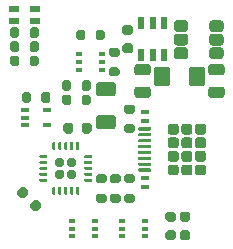
<source format=gbr>
%TF.GenerationSoftware,KiCad,Pcbnew,(5.1.9-0-10_14)*%
%TF.CreationDate,2021-08-26T07:53:31+01:00*%
%TF.ProjectId,Generic,47656e65-7269-4632-9e6b-696361645f70,6*%
%TF.SameCoordinates,Original*%
%TF.FileFunction,Paste,Top*%
%TF.FilePolarity,Positive*%
%FSLAX46Y46*%
G04 Gerber Fmt 4.6, Leading zero omitted, Abs format (unit mm)*
G04 Created by KiCad (PCBNEW (5.1.9-0-10_14)) date 2021-08-26 07:53:31*
%MOMM*%
%LPD*%
G01*
G04 APERTURE LIST*
%ADD10R,0.576000X1.056000*%
%ADD11R,0.816000X0.480000*%
%ADD12R,0.624000X0.384000*%
%ADD13R,0.768000X0.384000*%
%ADD14R,0.798000X0.420000*%
G04 APERTURE END LIST*
%TO.C,U4*%
G36*
G01*
X134860000Y-103200000D02*
X134860000Y-102700000D01*
G75*
G02*
X135110000Y-102450000I250000J0D01*
G01*
X135810000Y-102450000D01*
G75*
G02*
X136060000Y-102700000I0J-250000D01*
G01*
X136060000Y-103200000D01*
G75*
G02*
X135810000Y-103450000I-250000J0D01*
G01*
X135110000Y-103450000D01*
G75*
G02*
X134860000Y-103200000I0J250000D01*
G01*
G37*
G36*
G01*
X134860000Y-102050000D02*
X134860000Y-101550000D01*
G75*
G02*
X135110000Y-101300000I250000J0D01*
G01*
X135810000Y-101300000D01*
G75*
G02*
X136060000Y-101550000I0J-250000D01*
G01*
X136060000Y-102050000D01*
G75*
G02*
X135810000Y-102300000I-250000J0D01*
G01*
X135110000Y-102300000D01*
G75*
G02*
X134860000Y-102050000I0J250000D01*
G01*
G37*
G36*
G01*
X134860000Y-100900000D02*
X134860000Y-100400000D01*
G75*
G02*
X135110000Y-100150000I250000J0D01*
G01*
X135810000Y-100150000D01*
G75*
G02*
X136060000Y-100400000I0J-250000D01*
G01*
X136060000Y-100900000D01*
G75*
G02*
X135810000Y-101150000I-250000J0D01*
G01*
X135110000Y-101150000D01*
G75*
G02*
X134860000Y-100900000I0J250000D01*
G01*
G37*
G36*
G01*
X131860000Y-102050000D02*
X131860000Y-101550000D01*
G75*
G02*
X132110000Y-101300000I250000J0D01*
G01*
X132810000Y-101300000D01*
G75*
G02*
X133060000Y-101550000I0J-250000D01*
G01*
X133060000Y-102050000D01*
G75*
G02*
X132810000Y-102300000I-250000J0D01*
G01*
X132110000Y-102300000D01*
G75*
G02*
X131860000Y-102050000I0J250000D01*
G01*
G37*
G36*
G01*
X131860000Y-103200000D02*
X131860000Y-102700000D01*
G75*
G02*
X132110000Y-102450000I250000J0D01*
G01*
X132810000Y-102450000D01*
G75*
G02*
X133060000Y-102700000I0J-250000D01*
G01*
X133060000Y-103200000D01*
G75*
G02*
X132810000Y-103450000I-250000J0D01*
G01*
X132110000Y-103450000D01*
G75*
G02*
X131860000Y-103200000I0J250000D01*
G01*
G37*
G36*
G01*
X131860000Y-100900000D02*
X131860000Y-100400000D01*
G75*
G02*
X132110000Y-100150000I250000J0D01*
G01*
X132810000Y-100150000D01*
G75*
G02*
X133060000Y-100400000I0J-250000D01*
G01*
X133060000Y-100900000D01*
G75*
G02*
X132810000Y-101150000I-250000J0D01*
G01*
X132110000Y-101150000D01*
G75*
G02*
X131860000Y-100900000I0J250000D01*
G01*
G37*
D10*
X131010000Y-100400000D03*
X129110000Y-100400000D03*
X130060000Y-100400000D03*
X129110000Y-103100000D03*
X130060000Y-103100000D03*
X131010000Y-103100000D03*
G36*
G01*
X135004000Y-103870000D02*
X135916000Y-103870000D01*
G75*
G02*
X136156000Y-104110000I0J-240000D01*
G01*
X136156000Y-104590000D01*
G75*
G02*
X135916000Y-104830000I-240000J0D01*
G01*
X135004000Y-104830000D01*
G75*
G02*
X134764000Y-104590000I0J240000D01*
G01*
X134764000Y-104110000D01*
G75*
G02*
X135004000Y-103870000I240000J0D01*
G01*
G37*
G36*
G01*
X135004000Y-105770000D02*
X135916000Y-105770000D01*
G75*
G02*
X136156000Y-106010000I0J-240000D01*
G01*
X136156000Y-106490000D01*
G75*
G02*
X135916000Y-106730000I-240000J0D01*
G01*
X135004000Y-106730000D01*
G75*
G02*
X134764000Y-106490000I0J240000D01*
G01*
X134764000Y-106010000D01*
G75*
G02*
X135004000Y-105770000I240000J0D01*
G01*
G37*
G36*
G01*
X128754000Y-105770000D02*
X129666000Y-105770000D01*
G75*
G02*
X129906000Y-106010000I0J-240000D01*
G01*
X129906000Y-106490000D01*
G75*
G02*
X129666000Y-106730000I-240000J0D01*
G01*
X128754000Y-106730000D01*
G75*
G02*
X128514000Y-106490000I0J240000D01*
G01*
X128514000Y-106010000D01*
G75*
G02*
X128754000Y-105770000I240000J0D01*
G01*
G37*
G36*
G01*
X128754000Y-103870000D02*
X129666000Y-103870000D01*
G75*
G02*
X129906000Y-104110000I0J-240000D01*
G01*
X129906000Y-104590000D01*
G75*
G02*
X129666000Y-104830000I-240000J0D01*
G01*
X128754000Y-104830000D01*
G75*
G02*
X128514000Y-104590000I0J240000D01*
G01*
X128514000Y-104110000D01*
G75*
G02*
X128754000Y-103870000I240000J0D01*
G01*
G37*
G36*
G01*
X128200000Y-101407000D02*
X127720000Y-101407000D01*
G75*
G02*
X127504000Y-101191000I0J216000D01*
G01*
X127504000Y-100759000D01*
G75*
G02*
X127720000Y-100543000I216000J0D01*
G01*
X128200000Y-100543000D01*
G75*
G02*
X128416000Y-100759000I0J-216000D01*
G01*
X128416000Y-101191000D01*
G75*
G02*
X128200000Y-101407000I-216000J0D01*
G01*
G37*
G36*
G01*
X128200000Y-102957000D02*
X127720000Y-102957000D01*
G75*
G02*
X127504000Y-102741000I0J216000D01*
G01*
X127504000Y-102309000D01*
G75*
G02*
X127720000Y-102093000I216000J0D01*
G01*
X128200000Y-102093000D01*
G75*
G02*
X128416000Y-102309000I0J-216000D01*
G01*
X128416000Y-102741000D01*
G75*
G02*
X128200000Y-102957000I-216000J0D01*
G01*
G37*
G36*
G01*
X130173500Y-105520601D02*
X130173500Y-104319399D01*
G75*
G02*
X130412899Y-104080000I239399J0D01*
G01*
X131302101Y-104080000D01*
G75*
G02*
X131541500Y-104319399I0J-239399D01*
G01*
X131541500Y-105520601D01*
G75*
G02*
X131302101Y-105760000I-239399J0D01*
G01*
X130412899Y-105760000D01*
G75*
G02*
X130173500Y-105520601I0J239399D01*
G01*
G37*
G36*
G01*
X133138500Y-105520601D02*
X133138500Y-104319399D01*
G75*
G02*
X133377899Y-104080000I239399J0D01*
G01*
X134267101Y-104080000D01*
G75*
G02*
X134506500Y-104319399I0J-239399D01*
G01*
X134506500Y-105520601D01*
G75*
G02*
X134267101Y-105760000I-239399J0D01*
G01*
X133377899Y-105760000D01*
G75*
G02*
X133138500Y-105520601I0J239399D01*
G01*
G37*
%TD*%
D11*
%TO.C,D1*%
X120075000Y-99200000D03*
X118325000Y-99200000D03*
X118325000Y-100200000D03*
X120075000Y-100200000D03*
%TD*%
%TO.C,C4*%
G36*
G01*
X131360000Y-117918000D02*
X131840000Y-117918000D01*
G75*
G02*
X132056000Y-118134000I0J-216000D01*
G01*
X132056000Y-118566000D01*
G75*
G02*
X131840000Y-118782000I-216000J0D01*
G01*
X131360000Y-118782000D01*
G75*
G02*
X131144000Y-118566000I0J216000D01*
G01*
X131144000Y-118134000D01*
G75*
G02*
X131360000Y-117918000I216000J0D01*
G01*
G37*
G36*
G01*
X131360000Y-116368000D02*
X131840000Y-116368000D01*
G75*
G02*
X132056000Y-116584000I0J-216000D01*
G01*
X132056000Y-117016000D01*
G75*
G02*
X131840000Y-117232000I-216000J0D01*
G01*
X131360000Y-117232000D01*
G75*
G02*
X131144000Y-117016000I0J216000D01*
G01*
X131144000Y-116584000D01*
G75*
G02*
X131360000Y-116368000I216000J0D01*
G01*
G37*
%TD*%
%TO.C,C3*%
G36*
G01*
X132560000Y-117918000D02*
X133040000Y-117918000D01*
G75*
G02*
X133256000Y-118134000I0J-216000D01*
G01*
X133256000Y-118566000D01*
G75*
G02*
X133040000Y-118782000I-216000J0D01*
G01*
X132560000Y-118782000D01*
G75*
G02*
X132344000Y-118566000I0J216000D01*
G01*
X132344000Y-118134000D01*
G75*
G02*
X132560000Y-117918000I216000J0D01*
G01*
G37*
G36*
G01*
X132560000Y-116368000D02*
X133040000Y-116368000D01*
G75*
G02*
X133256000Y-116584000I0J-216000D01*
G01*
X133256000Y-117016000D01*
G75*
G02*
X133040000Y-117232000I-216000J0D01*
G01*
X132560000Y-117232000D01*
G75*
G02*
X132344000Y-117016000I0J216000D01*
G01*
X132344000Y-116584000D01*
G75*
G02*
X132560000Y-116368000I216000J0D01*
G01*
G37*
%TD*%
%TO.C,C5*%
G36*
G01*
X124043000Y-109540000D02*
X124043000Y-109060000D01*
G75*
G02*
X124259000Y-108844000I216000J0D01*
G01*
X124691000Y-108844000D01*
G75*
G02*
X124907000Y-109060000I0J-216000D01*
G01*
X124907000Y-109540000D01*
G75*
G02*
X124691000Y-109756000I-216000J0D01*
G01*
X124259000Y-109756000D01*
G75*
G02*
X124043000Y-109540000I0J216000D01*
G01*
G37*
G36*
G01*
X122493000Y-109540000D02*
X122493000Y-109060000D01*
G75*
G02*
X122709000Y-108844000I216000J0D01*
G01*
X123141000Y-108844000D01*
G75*
G02*
X123357000Y-109060000I0J-216000D01*
G01*
X123357000Y-109540000D01*
G75*
G02*
X123141000Y-109756000I-216000J0D01*
G01*
X122709000Y-109756000D01*
G75*
G02*
X122493000Y-109540000I0J216000D01*
G01*
G37*
%TD*%
%TO.C,R14*%
G36*
G01*
X125436000Y-114841000D02*
X125964000Y-114841000D01*
G75*
G02*
X126156000Y-115033000I0J-192000D01*
G01*
X126156000Y-115417000D01*
G75*
G02*
X125964000Y-115609000I-192000J0D01*
G01*
X125436000Y-115609000D01*
G75*
G02*
X125244000Y-115417000I0J192000D01*
G01*
X125244000Y-115033000D01*
G75*
G02*
X125436000Y-114841000I192000J0D01*
G01*
G37*
G36*
G01*
X125436000Y-113191000D02*
X125964000Y-113191000D01*
G75*
G02*
X126156000Y-113383000I0J-192000D01*
G01*
X126156000Y-113767000D01*
G75*
G02*
X125964000Y-113959000I-192000J0D01*
G01*
X125436000Y-113959000D01*
G75*
G02*
X125244000Y-113767000I0J192000D01*
G01*
X125244000Y-113383000D01*
G75*
G02*
X125436000Y-113191000I192000J0D01*
G01*
G37*
%TD*%
%TO.C,R13*%
G36*
G01*
X127164000Y-113959000D02*
X126636000Y-113959000D01*
G75*
G02*
X126444000Y-113767000I0J192000D01*
G01*
X126444000Y-113383000D01*
G75*
G02*
X126636000Y-113191000I192000J0D01*
G01*
X127164000Y-113191000D01*
G75*
G02*
X127356000Y-113383000I0J-192000D01*
G01*
X127356000Y-113767000D01*
G75*
G02*
X127164000Y-113959000I-192000J0D01*
G01*
G37*
G36*
G01*
X127164000Y-115609000D02*
X126636000Y-115609000D01*
G75*
G02*
X126444000Y-115417000I0J192000D01*
G01*
X126444000Y-115033000D01*
G75*
G02*
X126636000Y-114841000I192000J0D01*
G01*
X127164000Y-114841000D01*
G75*
G02*
X127356000Y-115033000I0J-192000D01*
G01*
X127356000Y-115417000D01*
G75*
G02*
X127164000Y-115609000I-192000J0D01*
G01*
G37*
%TD*%
D12*
%TO.C,D3*%
X129400000Y-117150000D03*
X129400000Y-118450000D03*
X127500000Y-117800000D03*
X129400000Y-117800000D03*
X127500000Y-118450000D03*
X127500000Y-117150000D03*
%TD*%
%TO.C,D4*%
X125150000Y-117150000D03*
X125150000Y-118450000D03*
X123250000Y-117800000D03*
X125150000Y-117800000D03*
X123250000Y-118450000D03*
X123250000Y-117150000D03*
%TD*%
%TO.C,R15*%
G36*
G01*
X125241000Y-101664000D02*
X125241000Y-101136000D01*
G75*
G02*
X125433000Y-100944000I192000J0D01*
G01*
X125817000Y-100944000D01*
G75*
G02*
X126009000Y-101136000I0J-192000D01*
G01*
X126009000Y-101664000D01*
G75*
G02*
X125817000Y-101856000I-192000J0D01*
G01*
X125433000Y-101856000D01*
G75*
G02*
X125241000Y-101664000I0J192000D01*
G01*
G37*
G36*
G01*
X123591000Y-101664000D02*
X123591000Y-101136000D01*
G75*
G02*
X123783000Y-100944000I192000J0D01*
G01*
X124167000Y-100944000D01*
G75*
G02*
X124359000Y-101136000I0J-192000D01*
G01*
X124359000Y-101664000D01*
G75*
G02*
X124167000Y-101856000I-192000J0D01*
G01*
X123783000Y-101856000D01*
G75*
G02*
X123591000Y-101664000I0J192000D01*
G01*
G37*
%TD*%
%TO.C,R9*%
G36*
G01*
X119641000Y-103864000D02*
X119641000Y-103336000D01*
G75*
G02*
X119833000Y-103144000I192000J0D01*
G01*
X120217000Y-103144000D01*
G75*
G02*
X120409000Y-103336000I0J-192000D01*
G01*
X120409000Y-103864000D01*
G75*
G02*
X120217000Y-104056000I-192000J0D01*
G01*
X119833000Y-104056000D01*
G75*
G02*
X119641000Y-103864000I0J192000D01*
G01*
G37*
G36*
G01*
X117991000Y-103864000D02*
X117991000Y-103336000D01*
G75*
G02*
X118183000Y-103144000I192000J0D01*
G01*
X118567000Y-103144000D01*
G75*
G02*
X118759000Y-103336000I0J-192000D01*
G01*
X118759000Y-103864000D01*
G75*
G02*
X118567000Y-104056000I-192000J0D01*
G01*
X118183000Y-104056000D01*
G75*
G02*
X117991000Y-103864000I0J192000D01*
G01*
G37*
%TD*%
%TO.C,R8*%
G36*
G01*
X119641000Y-101464000D02*
X119641000Y-100936000D01*
G75*
G02*
X119833000Y-100744000I192000J0D01*
G01*
X120217000Y-100744000D01*
G75*
G02*
X120409000Y-100936000I0J-192000D01*
G01*
X120409000Y-101464000D01*
G75*
G02*
X120217000Y-101656000I-192000J0D01*
G01*
X119833000Y-101656000D01*
G75*
G02*
X119641000Y-101464000I0J192000D01*
G01*
G37*
G36*
G01*
X117991000Y-101464000D02*
X117991000Y-100936000D01*
G75*
G02*
X118183000Y-100744000I192000J0D01*
G01*
X118567000Y-100744000D01*
G75*
G02*
X118759000Y-100936000I0J-192000D01*
G01*
X118759000Y-101464000D01*
G75*
G02*
X118567000Y-101656000I-192000J0D01*
G01*
X118183000Y-101656000D01*
G75*
G02*
X117991000Y-101464000I0J192000D01*
G01*
G37*
%TD*%
%TO.C,U2*%
G36*
G01*
X123389000Y-112575000D02*
X123011000Y-112575000D01*
G75*
G02*
X122825000Y-112389000I0J186000D01*
G01*
X122825000Y-112011000D01*
G75*
G02*
X123011000Y-111825000I186000J0D01*
G01*
X123389000Y-111825000D01*
G75*
G02*
X123575000Y-112011000I0J-186000D01*
G01*
X123575000Y-112389000D01*
G75*
G02*
X123389000Y-112575000I-186000J0D01*
G01*
G37*
G36*
G01*
X122389000Y-112575000D02*
X122011000Y-112575000D01*
G75*
G02*
X121825000Y-112389000I0J186000D01*
G01*
X121825000Y-112011000D01*
G75*
G02*
X122011000Y-111825000I186000J0D01*
G01*
X122389000Y-111825000D01*
G75*
G02*
X122575000Y-112011000I0J-186000D01*
G01*
X122575000Y-112389000D01*
G75*
G02*
X122389000Y-112575000I-186000J0D01*
G01*
G37*
G36*
G01*
X123389000Y-113575000D02*
X123011000Y-113575000D01*
G75*
G02*
X122825000Y-113389000I0J186000D01*
G01*
X122825000Y-113011000D01*
G75*
G02*
X123011000Y-112825000I186000J0D01*
G01*
X123389000Y-112825000D01*
G75*
G02*
X123575000Y-113011000I0J-186000D01*
G01*
X123575000Y-113389000D01*
G75*
G02*
X123389000Y-113575000I-186000J0D01*
G01*
G37*
G36*
G01*
X122389000Y-113575000D02*
X122011000Y-113575000D01*
G75*
G02*
X121825000Y-113389000I0J186000D01*
G01*
X121825000Y-113011000D01*
G75*
G02*
X122011000Y-112825000I186000J0D01*
G01*
X122389000Y-112825000D01*
G75*
G02*
X122575000Y-113011000I0J-186000D01*
G01*
X122575000Y-113389000D01*
G75*
G02*
X122389000Y-113575000I-186000J0D01*
G01*
G37*
G36*
G01*
X121076000Y-113820000D02*
X120524000Y-113820000D01*
G75*
G02*
X120464000Y-113760000I0J60000D01*
G01*
X120464000Y-113640000D01*
G75*
G02*
X120524000Y-113580000I60000J0D01*
G01*
X121076000Y-113580000D01*
G75*
G02*
X121136000Y-113640000I0J-60000D01*
G01*
X121136000Y-113760000D01*
G75*
G02*
X121076000Y-113820000I-60000J0D01*
G01*
G37*
G36*
G01*
X121076000Y-113320000D02*
X120524000Y-113320000D01*
G75*
G02*
X120464000Y-113260000I0J60000D01*
G01*
X120464000Y-113140000D01*
G75*
G02*
X120524000Y-113080000I60000J0D01*
G01*
X121076000Y-113080000D01*
G75*
G02*
X121136000Y-113140000I0J-60000D01*
G01*
X121136000Y-113260000D01*
G75*
G02*
X121076000Y-113320000I-60000J0D01*
G01*
G37*
G36*
G01*
X121076000Y-112820000D02*
X120524000Y-112820000D01*
G75*
G02*
X120464000Y-112760000I0J60000D01*
G01*
X120464000Y-112640000D01*
G75*
G02*
X120524000Y-112580000I60000J0D01*
G01*
X121076000Y-112580000D01*
G75*
G02*
X121136000Y-112640000I0J-60000D01*
G01*
X121136000Y-112760000D01*
G75*
G02*
X121076000Y-112820000I-60000J0D01*
G01*
G37*
G36*
G01*
X121076000Y-112320000D02*
X120524000Y-112320000D01*
G75*
G02*
X120464000Y-112260000I0J60000D01*
G01*
X120464000Y-112140000D01*
G75*
G02*
X120524000Y-112080000I60000J0D01*
G01*
X121076000Y-112080000D01*
G75*
G02*
X121136000Y-112140000I0J-60000D01*
G01*
X121136000Y-112260000D01*
G75*
G02*
X121076000Y-112320000I-60000J0D01*
G01*
G37*
G36*
G01*
X121076000Y-111820000D02*
X120524000Y-111820000D01*
G75*
G02*
X120464000Y-111760000I0J60000D01*
G01*
X120464000Y-111640000D01*
G75*
G02*
X120524000Y-111580000I60000J0D01*
G01*
X121076000Y-111580000D01*
G75*
G02*
X121136000Y-111640000I0J-60000D01*
G01*
X121136000Y-111760000D01*
G75*
G02*
X121076000Y-111820000I-60000J0D01*
G01*
G37*
G36*
G01*
X121760000Y-111136000D02*
X121640000Y-111136000D01*
G75*
G02*
X121580000Y-111076000I0J60000D01*
G01*
X121580000Y-110524000D01*
G75*
G02*
X121640000Y-110464000I60000J0D01*
G01*
X121760000Y-110464000D01*
G75*
G02*
X121820000Y-110524000I0J-60000D01*
G01*
X121820000Y-111076000D01*
G75*
G02*
X121760000Y-111136000I-60000J0D01*
G01*
G37*
G36*
G01*
X122260000Y-111136000D02*
X122140000Y-111136000D01*
G75*
G02*
X122080000Y-111076000I0J60000D01*
G01*
X122080000Y-110524000D01*
G75*
G02*
X122140000Y-110464000I60000J0D01*
G01*
X122260000Y-110464000D01*
G75*
G02*
X122320000Y-110524000I0J-60000D01*
G01*
X122320000Y-111076000D01*
G75*
G02*
X122260000Y-111136000I-60000J0D01*
G01*
G37*
G36*
G01*
X122760000Y-111136000D02*
X122640000Y-111136000D01*
G75*
G02*
X122580000Y-111076000I0J60000D01*
G01*
X122580000Y-110524000D01*
G75*
G02*
X122640000Y-110464000I60000J0D01*
G01*
X122760000Y-110464000D01*
G75*
G02*
X122820000Y-110524000I0J-60000D01*
G01*
X122820000Y-111076000D01*
G75*
G02*
X122760000Y-111136000I-60000J0D01*
G01*
G37*
G36*
G01*
X123260000Y-111136000D02*
X123140000Y-111136000D01*
G75*
G02*
X123080000Y-111076000I0J60000D01*
G01*
X123080000Y-110524000D01*
G75*
G02*
X123140000Y-110464000I60000J0D01*
G01*
X123260000Y-110464000D01*
G75*
G02*
X123320000Y-110524000I0J-60000D01*
G01*
X123320000Y-111076000D01*
G75*
G02*
X123260000Y-111136000I-60000J0D01*
G01*
G37*
G36*
G01*
X123760000Y-111136000D02*
X123640000Y-111136000D01*
G75*
G02*
X123580000Y-111076000I0J60000D01*
G01*
X123580000Y-110524000D01*
G75*
G02*
X123640000Y-110464000I60000J0D01*
G01*
X123760000Y-110464000D01*
G75*
G02*
X123820000Y-110524000I0J-60000D01*
G01*
X123820000Y-111076000D01*
G75*
G02*
X123760000Y-111136000I-60000J0D01*
G01*
G37*
G36*
G01*
X124876000Y-111820000D02*
X124324000Y-111820000D01*
G75*
G02*
X124264000Y-111760000I0J60000D01*
G01*
X124264000Y-111640000D01*
G75*
G02*
X124324000Y-111580000I60000J0D01*
G01*
X124876000Y-111580000D01*
G75*
G02*
X124936000Y-111640000I0J-60000D01*
G01*
X124936000Y-111760000D01*
G75*
G02*
X124876000Y-111820000I-60000J0D01*
G01*
G37*
G36*
G01*
X124876000Y-112320000D02*
X124324000Y-112320000D01*
G75*
G02*
X124264000Y-112260000I0J60000D01*
G01*
X124264000Y-112140000D01*
G75*
G02*
X124324000Y-112080000I60000J0D01*
G01*
X124876000Y-112080000D01*
G75*
G02*
X124936000Y-112140000I0J-60000D01*
G01*
X124936000Y-112260000D01*
G75*
G02*
X124876000Y-112320000I-60000J0D01*
G01*
G37*
G36*
G01*
X124876000Y-112820000D02*
X124324000Y-112820000D01*
G75*
G02*
X124264000Y-112760000I0J60000D01*
G01*
X124264000Y-112640000D01*
G75*
G02*
X124324000Y-112580000I60000J0D01*
G01*
X124876000Y-112580000D01*
G75*
G02*
X124936000Y-112640000I0J-60000D01*
G01*
X124936000Y-112760000D01*
G75*
G02*
X124876000Y-112820000I-60000J0D01*
G01*
G37*
G36*
G01*
X124876000Y-113320000D02*
X124324000Y-113320000D01*
G75*
G02*
X124264000Y-113260000I0J60000D01*
G01*
X124264000Y-113140000D01*
G75*
G02*
X124324000Y-113080000I60000J0D01*
G01*
X124876000Y-113080000D01*
G75*
G02*
X124936000Y-113140000I0J-60000D01*
G01*
X124936000Y-113260000D01*
G75*
G02*
X124876000Y-113320000I-60000J0D01*
G01*
G37*
G36*
G01*
X124876000Y-113820000D02*
X124324000Y-113820000D01*
G75*
G02*
X124264000Y-113760000I0J60000D01*
G01*
X124264000Y-113640000D01*
G75*
G02*
X124324000Y-113580000I60000J0D01*
G01*
X124876000Y-113580000D01*
G75*
G02*
X124936000Y-113640000I0J-60000D01*
G01*
X124936000Y-113760000D01*
G75*
G02*
X124876000Y-113820000I-60000J0D01*
G01*
G37*
G36*
G01*
X123760000Y-114936000D02*
X123640000Y-114936000D01*
G75*
G02*
X123580000Y-114876000I0J60000D01*
G01*
X123580000Y-114324000D01*
G75*
G02*
X123640000Y-114264000I60000J0D01*
G01*
X123760000Y-114264000D01*
G75*
G02*
X123820000Y-114324000I0J-60000D01*
G01*
X123820000Y-114876000D01*
G75*
G02*
X123760000Y-114936000I-60000J0D01*
G01*
G37*
G36*
G01*
X123260000Y-114936000D02*
X123140000Y-114936000D01*
G75*
G02*
X123080000Y-114876000I0J60000D01*
G01*
X123080000Y-114324000D01*
G75*
G02*
X123140000Y-114264000I60000J0D01*
G01*
X123260000Y-114264000D01*
G75*
G02*
X123320000Y-114324000I0J-60000D01*
G01*
X123320000Y-114876000D01*
G75*
G02*
X123260000Y-114936000I-60000J0D01*
G01*
G37*
G36*
G01*
X122760000Y-114936000D02*
X122640000Y-114936000D01*
G75*
G02*
X122580000Y-114876000I0J60000D01*
G01*
X122580000Y-114324000D01*
G75*
G02*
X122640000Y-114264000I60000J0D01*
G01*
X122760000Y-114264000D01*
G75*
G02*
X122820000Y-114324000I0J-60000D01*
G01*
X122820000Y-114876000D01*
G75*
G02*
X122760000Y-114936000I-60000J0D01*
G01*
G37*
G36*
G01*
X122260000Y-114936000D02*
X122140000Y-114936000D01*
G75*
G02*
X122080000Y-114876000I0J60000D01*
G01*
X122080000Y-114324000D01*
G75*
G02*
X122140000Y-114264000I60000J0D01*
G01*
X122260000Y-114264000D01*
G75*
G02*
X122320000Y-114324000I0J-60000D01*
G01*
X122320000Y-114876000D01*
G75*
G02*
X122260000Y-114936000I-60000J0D01*
G01*
G37*
G36*
G01*
X121760000Y-114936000D02*
X121640000Y-114936000D01*
G75*
G02*
X121580000Y-114876000I0J60000D01*
G01*
X121580000Y-114324000D01*
G75*
G02*
X121640000Y-114264000I60000J0D01*
G01*
X121760000Y-114264000D01*
G75*
G02*
X121820000Y-114324000I0J-60000D01*
G01*
X121820000Y-114876000D01*
G75*
G02*
X121760000Y-114936000I-60000J0D01*
G01*
G37*
%TD*%
%TO.C,U3*%
X125750000Y-103050000D03*
X125750000Y-104350000D03*
X123850000Y-103700000D03*
X125750000Y-103700000D03*
X123850000Y-104350000D03*
X123850000Y-103050000D03*
%TD*%
%TO.C,C2*%
G36*
G01*
X119672832Y-115712244D02*
X120012244Y-115372832D01*
G75*
G02*
X120317714Y-115372832I152735J-152735D01*
G01*
X120623184Y-115678302D01*
G75*
G02*
X120623184Y-115983772I-152735J-152735D01*
G01*
X120283772Y-116323184D01*
G75*
G02*
X119978302Y-116323184I-152735J152735D01*
G01*
X119672832Y-116017714D01*
G75*
G02*
X119672832Y-115712244I152735J152735D01*
G01*
G37*
G36*
G01*
X118576816Y-114616228D02*
X118916228Y-114276816D01*
G75*
G02*
X119221698Y-114276816I152735J-152735D01*
G01*
X119527168Y-114582286D01*
G75*
G02*
X119527168Y-114887756I-152735J-152735D01*
G01*
X119187756Y-115227168D01*
G75*
G02*
X118882286Y-115227168I-152735J152735D01*
G01*
X118576816Y-114921698D01*
G75*
G02*
X118576816Y-114616228I152735J152735D01*
G01*
G37*
%TD*%
%TO.C,R16*%
G36*
G01*
X126536000Y-104141000D02*
X127064000Y-104141000D01*
G75*
G02*
X127256000Y-104333000I0J-192000D01*
G01*
X127256000Y-104717000D01*
G75*
G02*
X127064000Y-104909000I-192000J0D01*
G01*
X126536000Y-104909000D01*
G75*
G02*
X126344000Y-104717000I0J192000D01*
G01*
X126344000Y-104333000D01*
G75*
G02*
X126536000Y-104141000I192000J0D01*
G01*
G37*
G36*
G01*
X126536000Y-102491000D02*
X127064000Y-102491000D01*
G75*
G02*
X127256000Y-102683000I0J-192000D01*
G01*
X127256000Y-103067000D01*
G75*
G02*
X127064000Y-103259000I-192000J0D01*
G01*
X126536000Y-103259000D01*
G75*
G02*
X126344000Y-103067000I0J192000D01*
G01*
X126344000Y-102683000D01*
G75*
G02*
X126536000Y-102491000I192000J0D01*
G01*
G37*
%TD*%
%TO.C,D2*%
G36*
G01*
X125500000Y-108200000D02*
X126700000Y-108200000D01*
G75*
G02*
X126940000Y-108440000I0J-240000D01*
G01*
X126940000Y-109160000D01*
G75*
G02*
X126700000Y-109400000I-240000J0D01*
G01*
X125500000Y-109400000D01*
G75*
G02*
X125260000Y-109160000I0J240000D01*
G01*
X125260000Y-108440000D01*
G75*
G02*
X125500000Y-108200000I240000J0D01*
G01*
G37*
G36*
G01*
X125500000Y-105400000D02*
X126700000Y-105400000D01*
G75*
G02*
X126940000Y-105640000I0J-240000D01*
G01*
X126940000Y-106360000D01*
G75*
G02*
X126700000Y-106600000I-240000J0D01*
G01*
X125500000Y-106600000D01*
G75*
G02*
X125260000Y-106360000I0J240000D01*
G01*
X125260000Y-105640000D01*
G75*
G02*
X125500000Y-105400000I240000J0D01*
G01*
G37*
%TD*%
D13*
%TO.C,Q1*%
X121150000Y-107750000D03*
X121150000Y-109050000D03*
X119250000Y-109050000D03*
X119250000Y-108400000D03*
X119250000Y-107750000D03*
%TD*%
%TO.C,R18*%
G36*
G01*
X123159000Y-106636000D02*
X123159000Y-107164000D01*
G75*
G02*
X122967000Y-107356000I-192000J0D01*
G01*
X122583000Y-107356000D01*
G75*
G02*
X122391000Y-107164000I0J192000D01*
G01*
X122391000Y-106636000D01*
G75*
G02*
X122583000Y-106444000I192000J0D01*
G01*
X122967000Y-106444000D01*
G75*
G02*
X123159000Y-106636000I0J-192000D01*
G01*
G37*
G36*
G01*
X124809000Y-106636000D02*
X124809000Y-107164000D01*
G75*
G02*
X124617000Y-107356000I-192000J0D01*
G01*
X124233000Y-107356000D01*
G75*
G02*
X124041000Y-107164000I0J192000D01*
G01*
X124041000Y-106636000D01*
G75*
G02*
X124233000Y-106444000I192000J0D01*
G01*
X124617000Y-106444000D01*
G75*
G02*
X124809000Y-106636000I0J-192000D01*
G01*
G37*
%TD*%
%TO.C,R17*%
G36*
G01*
X124041000Y-105964000D02*
X124041000Y-105436000D01*
G75*
G02*
X124233000Y-105244000I192000J0D01*
G01*
X124617000Y-105244000D01*
G75*
G02*
X124809000Y-105436000I0J-192000D01*
G01*
X124809000Y-105964000D01*
G75*
G02*
X124617000Y-106156000I-192000J0D01*
G01*
X124233000Y-106156000D01*
G75*
G02*
X124041000Y-105964000I0J192000D01*
G01*
G37*
G36*
G01*
X122391000Y-105964000D02*
X122391000Y-105436000D01*
G75*
G02*
X122583000Y-105244000I192000J0D01*
G01*
X122967000Y-105244000D01*
G75*
G02*
X123159000Y-105436000I0J-192000D01*
G01*
X123159000Y-105964000D01*
G75*
G02*
X122967000Y-106156000I-192000J0D01*
G01*
X122583000Y-106156000D01*
G75*
G02*
X122391000Y-105964000I0J192000D01*
G01*
G37*
%TD*%
%TO.C,R10*%
G36*
G01*
X119641000Y-102664000D02*
X119641000Y-102136000D01*
G75*
G02*
X119833000Y-101944000I192000J0D01*
G01*
X120217000Y-101944000D01*
G75*
G02*
X120409000Y-102136000I0J-192000D01*
G01*
X120409000Y-102664000D01*
G75*
G02*
X120217000Y-102856000I-192000J0D01*
G01*
X119833000Y-102856000D01*
G75*
G02*
X119641000Y-102664000I0J192000D01*
G01*
G37*
G36*
G01*
X117991000Y-102664000D02*
X117991000Y-102136000D01*
G75*
G02*
X118183000Y-101944000I192000J0D01*
G01*
X118567000Y-101944000D01*
G75*
G02*
X118759000Y-102136000I0J-192000D01*
G01*
X118759000Y-102664000D01*
G75*
G02*
X118567000Y-102856000I-192000J0D01*
G01*
X118183000Y-102856000D01*
G75*
G02*
X117991000Y-102664000I0J192000D01*
G01*
G37*
%TD*%
%TO.C,R1*%
G36*
G01*
X119759000Y-106436000D02*
X119759000Y-106964000D01*
G75*
G02*
X119567000Y-107156000I-192000J0D01*
G01*
X119183000Y-107156000D01*
G75*
G02*
X118991000Y-106964000I0J192000D01*
G01*
X118991000Y-106436000D01*
G75*
G02*
X119183000Y-106244000I192000J0D01*
G01*
X119567000Y-106244000D01*
G75*
G02*
X119759000Y-106436000I0J-192000D01*
G01*
G37*
G36*
G01*
X121409000Y-106436000D02*
X121409000Y-106964000D01*
G75*
G02*
X121217000Y-107156000I-192000J0D01*
G01*
X120833000Y-107156000D01*
G75*
G02*
X120641000Y-106964000I0J192000D01*
G01*
X120641000Y-106436000D01*
G75*
G02*
X120833000Y-106244000I192000J0D01*
G01*
X121217000Y-106244000D01*
G75*
G02*
X121409000Y-106436000I0J-192000D01*
G01*
G37*
%TD*%
%TO.C,R12*%
G36*
G01*
X127836000Y-108941000D02*
X128364000Y-108941000D01*
G75*
G02*
X128556000Y-109133000I0J-192000D01*
G01*
X128556000Y-109517000D01*
G75*
G02*
X128364000Y-109709000I-192000J0D01*
G01*
X127836000Y-109709000D01*
G75*
G02*
X127644000Y-109517000I0J192000D01*
G01*
X127644000Y-109133000D01*
G75*
G02*
X127836000Y-108941000I192000J0D01*
G01*
G37*
G36*
G01*
X127836000Y-107291000D02*
X128364000Y-107291000D01*
G75*
G02*
X128556000Y-107483000I0J-192000D01*
G01*
X128556000Y-107867000D01*
G75*
G02*
X128364000Y-108059000I-192000J0D01*
G01*
X127836000Y-108059000D01*
G75*
G02*
X127644000Y-107867000I0J192000D01*
G01*
X127644000Y-107483000D01*
G75*
G02*
X127836000Y-107291000I192000J0D01*
G01*
G37*
%TD*%
%TO.C,R11*%
G36*
G01*
X127836000Y-114841000D02*
X128364000Y-114841000D01*
G75*
G02*
X128556000Y-115033000I0J-192000D01*
G01*
X128556000Y-115417000D01*
G75*
G02*
X128364000Y-115609000I-192000J0D01*
G01*
X127836000Y-115609000D01*
G75*
G02*
X127644000Y-115417000I0J192000D01*
G01*
X127644000Y-115033000D01*
G75*
G02*
X127836000Y-114841000I192000J0D01*
G01*
G37*
G36*
G01*
X127836000Y-113191000D02*
X128364000Y-113191000D01*
G75*
G02*
X128556000Y-113383000I0J-192000D01*
G01*
X128556000Y-113767000D01*
G75*
G02*
X128364000Y-113959000I-192000J0D01*
G01*
X127836000Y-113959000D01*
G75*
G02*
X127644000Y-113767000I0J192000D01*
G01*
X127644000Y-113383000D01*
G75*
G02*
X127836000Y-113191000I192000J0D01*
G01*
G37*
%TD*%
%TO.C,J2*%
G36*
G01*
X133192500Y-112150000D02*
X132727500Y-112150000D01*
G75*
G02*
X132495000Y-111917500I0J232500D01*
G01*
X132495000Y-111452500D01*
G75*
G02*
X132727500Y-111220000I232500J0D01*
G01*
X133192500Y-111220000D01*
G75*
G02*
X133425000Y-111452500I0J-232500D01*
G01*
X133425000Y-111917500D01*
G75*
G02*
X133192500Y-112150000I-232500J0D01*
G01*
G37*
G36*
G01*
X134342500Y-112150000D02*
X133877500Y-112150000D01*
G75*
G02*
X133645000Y-111917500I0J232500D01*
G01*
X133645000Y-111452500D01*
G75*
G02*
X133877500Y-111220000I232500J0D01*
G01*
X134342500Y-111220000D01*
G75*
G02*
X134575000Y-111452500I0J-232500D01*
G01*
X134575000Y-111917500D01*
G75*
G02*
X134342500Y-112150000I-232500J0D01*
G01*
G37*
G36*
G01*
X132042500Y-111000000D02*
X131577500Y-111000000D01*
G75*
G02*
X131345000Y-110767500I0J232500D01*
G01*
X131345000Y-110302500D01*
G75*
G02*
X131577500Y-110070000I232500J0D01*
G01*
X132042500Y-110070000D01*
G75*
G02*
X132275000Y-110302500I0J-232500D01*
G01*
X132275000Y-110767500D01*
G75*
G02*
X132042500Y-111000000I-232500J0D01*
G01*
G37*
G36*
G01*
X133192500Y-111000000D02*
X132727500Y-111000000D01*
G75*
G02*
X132495000Y-110767500I0J232500D01*
G01*
X132495000Y-110302500D01*
G75*
G02*
X132727500Y-110070000I232500J0D01*
G01*
X133192500Y-110070000D01*
G75*
G02*
X133425000Y-110302500I0J-232500D01*
G01*
X133425000Y-110767500D01*
G75*
G02*
X133192500Y-111000000I-232500J0D01*
G01*
G37*
G36*
G01*
X134342500Y-111000000D02*
X133877500Y-111000000D01*
G75*
G02*
X133645000Y-110767500I0J232500D01*
G01*
X133645000Y-110302500D01*
G75*
G02*
X133877500Y-110070000I232500J0D01*
G01*
X134342500Y-110070000D01*
G75*
G02*
X134575000Y-110302500I0J-232500D01*
G01*
X134575000Y-110767500D01*
G75*
G02*
X134342500Y-111000000I-232500J0D01*
G01*
G37*
G36*
G01*
X132042500Y-109850000D02*
X131577500Y-109850000D01*
G75*
G02*
X131345000Y-109617500I0J232500D01*
G01*
X131345000Y-109152500D01*
G75*
G02*
X131577500Y-108920000I232500J0D01*
G01*
X132042500Y-108920000D01*
G75*
G02*
X132275000Y-109152500I0J-232500D01*
G01*
X132275000Y-109617500D01*
G75*
G02*
X132042500Y-109850000I-232500J0D01*
G01*
G37*
G36*
G01*
X133192500Y-109850000D02*
X132727500Y-109850000D01*
G75*
G02*
X132495000Y-109617500I0J232500D01*
G01*
X132495000Y-109152500D01*
G75*
G02*
X132727500Y-108920000I232500J0D01*
G01*
X133192500Y-108920000D01*
G75*
G02*
X133425000Y-109152500I0J-232500D01*
G01*
X133425000Y-109617500D01*
G75*
G02*
X133192500Y-109850000I-232500J0D01*
G01*
G37*
G36*
G01*
X134342500Y-109850000D02*
X133877500Y-109850000D01*
G75*
G02*
X133645000Y-109617500I0J232500D01*
G01*
X133645000Y-109152500D01*
G75*
G02*
X133877500Y-108920000I232500J0D01*
G01*
X134342500Y-108920000D01*
G75*
G02*
X134575000Y-109152500I0J-232500D01*
G01*
X134575000Y-109617500D01*
G75*
G02*
X134342500Y-109850000I-232500J0D01*
G01*
G37*
G36*
G01*
X132042500Y-113300000D02*
X131577500Y-113300000D01*
G75*
G02*
X131345000Y-113067500I0J232500D01*
G01*
X131345000Y-112602500D01*
G75*
G02*
X131577500Y-112370000I232500J0D01*
G01*
X132042500Y-112370000D01*
G75*
G02*
X132275000Y-112602500I0J-232500D01*
G01*
X132275000Y-113067500D01*
G75*
G02*
X132042500Y-113300000I-232500J0D01*
G01*
G37*
G36*
G01*
X133192500Y-113300000D02*
X132727500Y-113300000D01*
G75*
G02*
X132495000Y-113067500I0J232500D01*
G01*
X132495000Y-112602500D01*
G75*
G02*
X132727500Y-112370000I232500J0D01*
G01*
X133192500Y-112370000D01*
G75*
G02*
X133425000Y-112602500I0J-232500D01*
G01*
X133425000Y-113067500D01*
G75*
G02*
X133192500Y-113300000I-232500J0D01*
G01*
G37*
G36*
G01*
X134342500Y-113300000D02*
X133877500Y-113300000D01*
G75*
G02*
X133645000Y-113067500I0J232500D01*
G01*
X133645000Y-112602500D01*
G75*
G02*
X133877500Y-112370000I232500J0D01*
G01*
X134342500Y-112370000D01*
G75*
G02*
X134575000Y-112602500I0J-232500D01*
G01*
X134575000Y-113067500D01*
G75*
G02*
X134342500Y-113300000I-232500J0D01*
G01*
G37*
G36*
G01*
X132042500Y-112150000D02*
X131577500Y-112150000D01*
G75*
G02*
X131345000Y-111917500I0J232500D01*
G01*
X131345000Y-111452500D01*
G75*
G02*
X131577500Y-111220000I232500J0D01*
G01*
X132042500Y-111220000D01*
G75*
G02*
X132275000Y-111452500I0J-232500D01*
G01*
X132275000Y-111917500D01*
G75*
G02*
X132042500Y-112150000I-232500J0D01*
G01*
G37*
D14*
X129385000Y-113500000D03*
X129385000Y-108700000D03*
G36*
G01*
X129860200Y-110994000D02*
X128909800Y-110994000D01*
G75*
G02*
X128837800Y-110922000I0J72000D01*
G01*
X128837800Y-110778000D01*
G75*
G02*
X128909800Y-110706000I72000J0D01*
G01*
X129860200Y-110706000D01*
G75*
G02*
X129932200Y-110778000I0J-72000D01*
G01*
X129932200Y-110922000D01*
G75*
G02*
X129860200Y-110994000I-72000J0D01*
G01*
G37*
G36*
G01*
X129860200Y-111494000D02*
X128909800Y-111494000D01*
G75*
G02*
X128837800Y-111422000I0J72000D01*
G01*
X128837800Y-111278000D01*
G75*
G02*
X128909800Y-111206000I72000J0D01*
G01*
X129860200Y-111206000D01*
G75*
G02*
X129932200Y-111278000I0J-72000D01*
G01*
X129932200Y-111422000D01*
G75*
G02*
X129860200Y-111494000I-72000J0D01*
G01*
G37*
G36*
G01*
X129860200Y-110494000D02*
X128909800Y-110494000D01*
G75*
G02*
X128837800Y-110422000I0J72000D01*
G01*
X128837800Y-110278000D01*
G75*
G02*
X128909800Y-110206000I72000J0D01*
G01*
X129860200Y-110206000D01*
G75*
G02*
X129932200Y-110278000I0J-72000D01*
G01*
X129932200Y-110422000D01*
G75*
G02*
X129860200Y-110494000I-72000J0D01*
G01*
G37*
G36*
G01*
X129860200Y-111994000D02*
X128909800Y-111994000D01*
G75*
G02*
X128837800Y-111922000I0J72000D01*
G01*
X128837800Y-111778000D01*
G75*
G02*
X128909800Y-111706000I72000J0D01*
G01*
X129860200Y-111706000D01*
G75*
G02*
X129932200Y-111778000I0J-72000D01*
G01*
X129932200Y-111922000D01*
G75*
G02*
X129860200Y-111994000I-72000J0D01*
G01*
G37*
G36*
G01*
X129860200Y-109994000D02*
X128909800Y-109994000D01*
G75*
G02*
X128837800Y-109922000I0J72000D01*
G01*
X128837800Y-109778000D01*
G75*
G02*
X128909800Y-109706000I72000J0D01*
G01*
X129860200Y-109706000D01*
G75*
G02*
X129932200Y-109778000I0J-72000D01*
G01*
X129932200Y-109922000D01*
G75*
G02*
X129860200Y-109994000I-72000J0D01*
G01*
G37*
G36*
G01*
X129860200Y-112494000D02*
X128909800Y-112494000D01*
G75*
G02*
X128837800Y-112422000I0J72000D01*
G01*
X128837800Y-112278000D01*
G75*
G02*
X128909800Y-112206000I72000J0D01*
G01*
X129860200Y-112206000D01*
G75*
G02*
X129932200Y-112278000I0J-72000D01*
G01*
X129932200Y-112422000D01*
G75*
G02*
X129860200Y-112494000I-72000J0D01*
G01*
G37*
G36*
G01*
X129860200Y-109494000D02*
X128909800Y-109494000D01*
G75*
G02*
X128837800Y-109422000I0J72000D01*
G01*
X128837800Y-109278000D01*
G75*
G02*
X128909800Y-109206000I72000J0D01*
G01*
X129860200Y-109206000D01*
G75*
G02*
X129932200Y-109278000I0J-72000D01*
G01*
X129932200Y-109422000D01*
G75*
G02*
X129860200Y-109494000I-72000J0D01*
G01*
G37*
G36*
G01*
X129860200Y-112994000D02*
X128909800Y-112994000D01*
G75*
G02*
X128837800Y-112922000I0J72000D01*
G01*
X128837800Y-112778000D01*
G75*
G02*
X128909800Y-112706000I72000J0D01*
G01*
X129860200Y-112706000D01*
G75*
G02*
X129932200Y-112778000I0J-72000D01*
G01*
X129932200Y-112922000D01*
G75*
G02*
X129860200Y-112994000I-72000J0D01*
G01*
G37*
X129385000Y-107900000D03*
X129385000Y-114300000D03*
%TD*%
M02*

</source>
